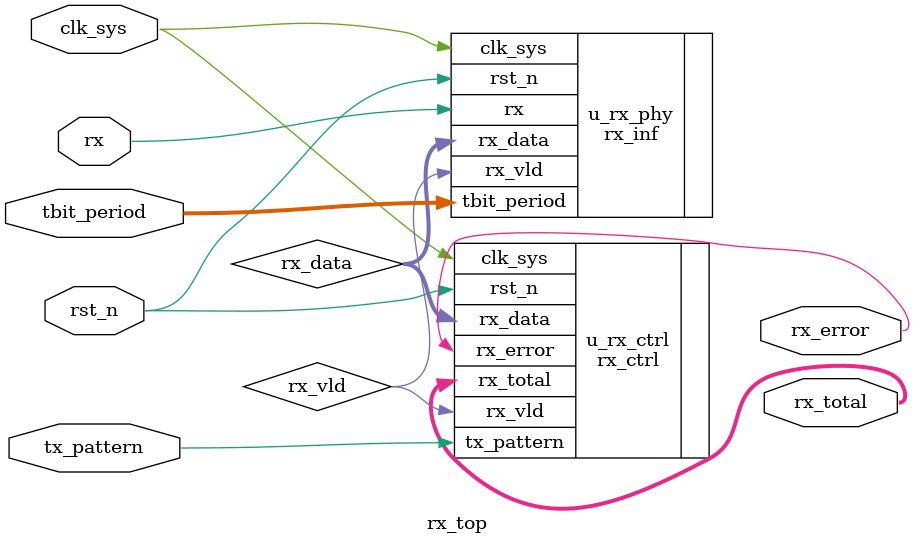
<source format=v>

module rx_top(
rx,
rx_total,
rx_error,
tbit_period,
tx_pattern,
//clk rst
clk_sys,
rst_n

);
input 				rx;
output [31:0]	rx_total;
output 				rx_error;
input  [19:0]	tbit_period;
input 				tx_pattern;
//clk rst
input clk_sys;
input rst_n;
//---------------------------------------

wire [7:0]	rx_data;
wire 				rx_vld;
rx_inf u_rx_phy(
.rx(rx),
.tbit_period(tbit_period),
.rx_vld(rx_vld),
.rx_data(rx_data),
//clk rst
.clk_sys(clk_sys),
.rst_n(rst_n)
);


rx_ctrl u_rx_ctrl(
.rx_total(rx_total),
.rx_error(rx_error),
.tx_pattern(tx_pattern),
.rx_data(rx_data),
.rx_vld(rx_vld),
//clk rst
.clk_sys(clk_sys),
.rst_n(rst_n)
);




endmodule


</source>
